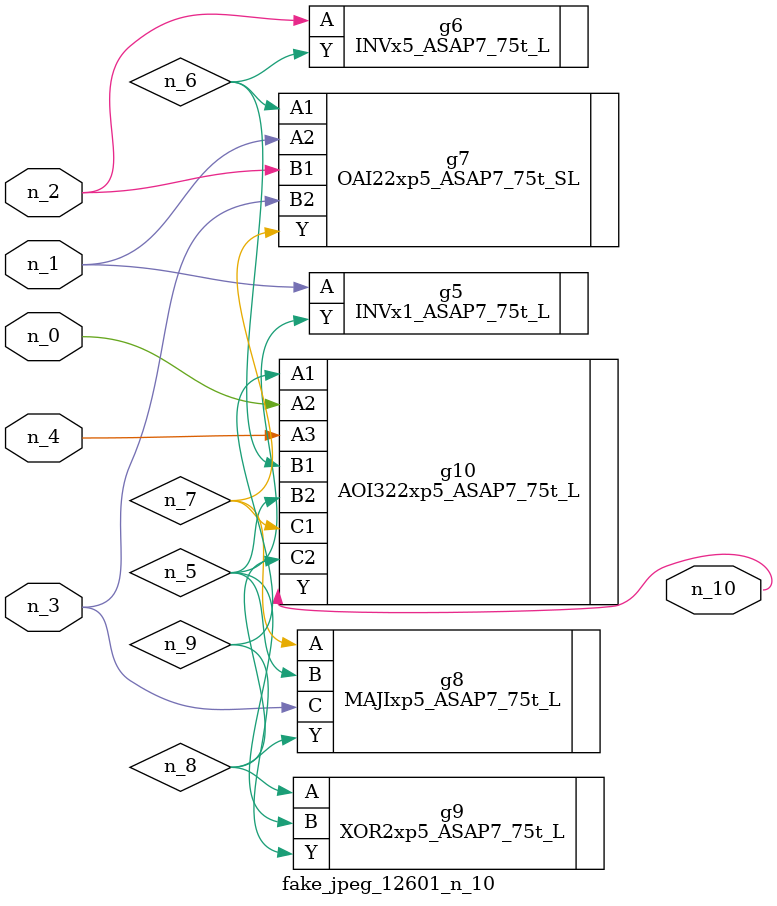
<source format=v>
module fake_jpeg_12601_n_10 (n_3, n_2, n_1, n_0, n_4, n_10);

input n_3;
input n_2;
input n_1;
input n_0;
input n_4;

output n_10;

wire n_8;
wire n_9;
wire n_6;
wire n_5;
wire n_7;

INVx1_ASAP7_75t_L g5 ( 
.A(n_1),
.Y(n_5)
);

INVx5_ASAP7_75t_L g6 ( 
.A(n_2),
.Y(n_6)
);

OAI22xp5_ASAP7_75t_SL g7 ( 
.A1(n_6),
.A2(n_1),
.B1(n_2),
.B2(n_3),
.Y(n_7)
);

MAJIxp5_ASAP7_75t_L g8 ( 
.A(n_7),
.B(n_5),
.C(n_3),
.Y(n_8)
);

XOR2xp5_ASAP7_75t_L g9 ( 
.A(n_8),
.B(n_5),
.Y(n_9)
);

AOI322xp5_ASAP7_75t_L g10 ( 
.A1(n_9),
.A2(n_0),
.A3(n_4),
.B1(n_6),
.B2(n_5),
.C1(n_7),
.C2(n_8),
.Y(n_10)
);


endmodule
</source>
